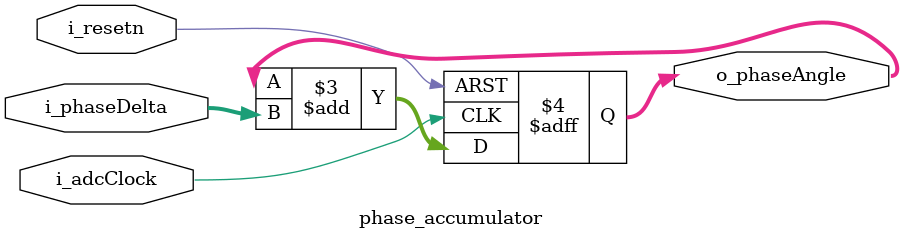
<source format=v>
`timescale 1ns / 1ps
`default_nettype none


module phase_accumulator(
    input wire i_adcClock,
    input wire [31:0] i_phaseDelta,
    input wire i_resetn,
    output reg [31:0] o_phaseAngle
);

always @(posedge i_adcClock or negedge i_resetn) begin
    if(~i_resetn) begin
        o_phaseAngle <= -32'b0;
    end else begin
        o_phaseAngle <= o_phaseAngle + i_phaseDelta;
    end
end

endmodule

</source>
